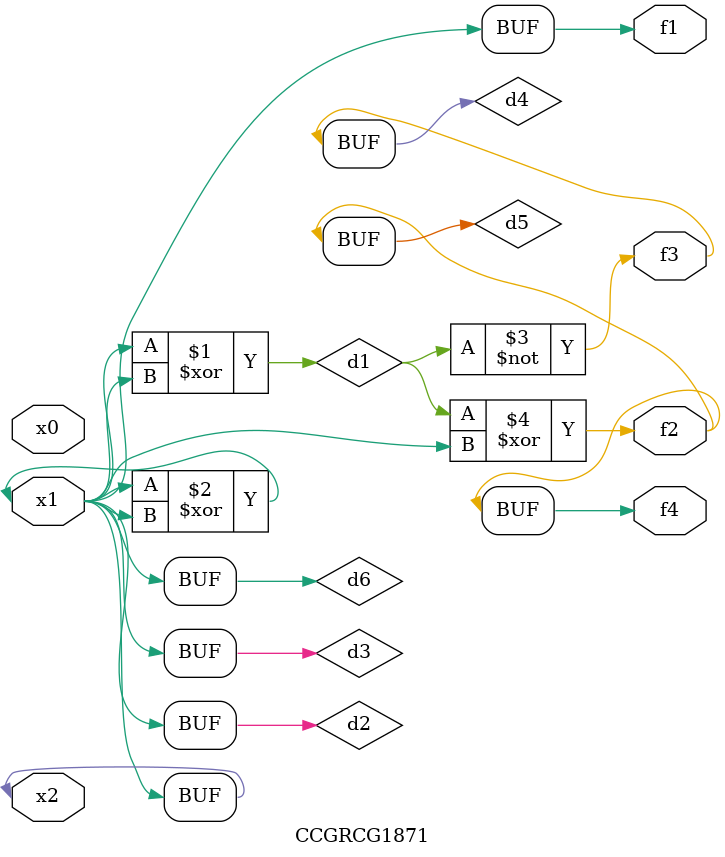
<source format=v>
module CCGRCG1871(
	input x0, x1, x2,
	output f1, f2, f3, f4
);

	wire d1, d2, d3, d4, d5, d6;

	xor (d1, x1, x2);
	buf (d2, x1, x2);
	xor (d3, x1, x2);
	nor (d4, d1);
	xor (d5, d1, d2);
	buf (d6, d2, d3);
	assign f1 = d6;
	assign f2 = d5;
	assign f3 = d4;
	assign f4 = d5;
endmodule

</source>
